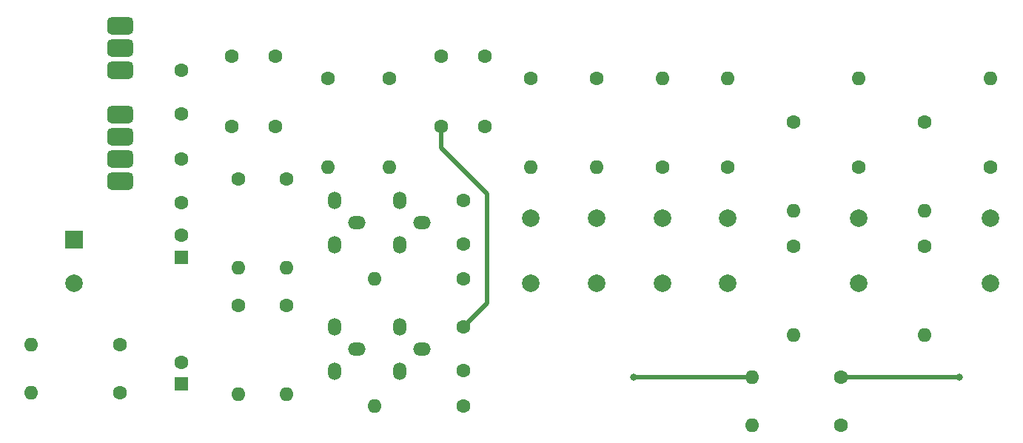
<source format=gtl>
G04 #@! TF.GenerationSoftware,KiCad,Pcbnew,(5.1.7)-1*
G04 #@! TF.CreationDate,2022-12-29T19:39:36+01:00*
G04 #@! TF.ProjectId,Klang-Modul,4b6c616e-672d-44d6-9f64-756c2e6b6963,rev?*
G04 #@! TF.SameCoordinates,Original*
G04 #@! TF.FileFunction,Copper,L1,Top*
G04 #@! TF.FilePolarity,Positive*
%FSLAX46Y46*%
G04 Gerber Fmt 4.6, Leading zero omitted, Abs format (unit mm)*
G04 Created by KiCad (PCBNEW (5.1.7)-1) date 2022-12-29 19:39:36*
%MOMM*%
%LPD*%
G01*
G04 APERTURE LIST*
G04 #@! TA.AperFunction,ComponentPad*
%ADD10C,1.600000*%
G04 #@! TD*
G04 #@! TA.AperFunction,ComponentPad*
%ADD11R,1.600000X1.600000*%
G04 #@! TD*
G04 #@! TA.AperFunction,ComponentPad*
%ADD12C,2.000000*%
G04 #@! TD*
G04 #@! TA.AperFunction,ComponentPad*
%ADD13R,2.000000X2.000000*%
G04 #@! TD*
G04 #@! TA.AperFunction,ComponentPad*
%ADD14O,1.600000X1.600000*%
G04 #@! TD*
G04 #@! TA.AperFunction,ComponentPad*
%ADD15O,2.000000X1.500000*%
G04 #@! TD*
G04 #@! TA.AperFunction,ComponentPad*
%ADD16O,1.500000X2.000000*%
G04 #@! TD*
G04 #@! TA.AperFunction,ViaPad*
%ADD17C,0.800000*%
G04 #@! TD*
G04 #@! TA.AperFunction,Conductor*
%ADD18C,0.500000*%
G04 #@! TD*
G04 APERTURE END LIST*
D10*
X69750000Y-36000000D03*
X64750000Y-36000000D03*
X88750000Y-44000000D03*
X93750000Y-44000000D03*
X88750000Y-36000000D03*
X93750000Y-36000000D03*
X69750000Y-44000000D03*
X64750000Y-44000000D03*
G04 #@! TA.AperFunction,ComponentPad*
G36*
G01*
X51000000Y-49280000D02*
X53000000Y-49280000D01*
G75*
G02*
X53500000Y-49780000I0J-500000D01*
G01*
X53500000Y-50780000D01*
G75*
G02*
X53000000Y-51280000I-500000J0D01*
G01*
X51000000Y-51280000D01*
G75*
G02*
X50500000Y-50780000I0J500000D01*
G01*
X50500000Y-49780000D01*
G75*
G02*
X51000000Y-49280000I500000J0D01*
G01*
G37*
G04 #@! TD.AperFunction*
G04 #@! TA.AperFunction,ComponentPad*
G36*
G01*
X51000000Y-46740000D02*
X53000000Y-46740000D01*
G75*
G02*
X53500000Y-47240000I0J-500000D01*
G01*
X53500000Y-48240000D01*
G75*
G02*
X53000000Y-48740000I-500000J0D01*
G01*
X51000000Y-48740000D01*
G75*
G02*
X50500000Y-48240000I0J500000D01*
G01*
X50500000Y-47240000D01*
G75*
G02*
X51000000Y-46740000I500000J0D01*
G01*
G37*
G04 #@! TD.AperFunction*
G04 #@! TA.AperFunction,ComponentPad*
G36*
G01*
X51000000Y-44200000D02*
X53000000Y-44200000D01*
G75*
G02*
X53500000Y-44700000I0J-500000D01*
G01*
X53500000Y-45700000D01*
G75*
G02*
X53000000Y-46200000I-500000J0D01*
G01*
X51000000Y-46200000D01*
G75*
G02*
X50500000Y-45700000I0J500000D01*
G01*
X50500000Y-44700000D01*
G75*
G02*
X51000000Y-44200000I500000J0D01*
G01*
G37*
G04 #@! TD.AperFunction*
G04 #@! TA.AperFunction,ComponentPad*
G36*
G01*
X51000000Y-41660000D02*
X53000000Y-41660000D01*
G75*
G02*
X53500000Y-42160000I0J-500000D01*
G01*
X53500000Y-43160000D01*
G75*
G02*
X53000000Y-43660000I-500000J0D01*
G01*
X51000000Y-43660000D01*
G75*
G02*
X50500000Y-43160000I0J500000D01*
G01*
X50500000Y-42160000D01*
G75*
G02*
X51000000Y-41660000I500000J0D01*
G01*
G37*
G04 #@! TD.AperFunction*
G04 #@! TA.AperFunction,ComponentPad*
G36*
G01*
X51000000Y-36580000D02*
X53000000Y-36580000D01*
G75*
G02*
X53500000Y-37080000I0J-500000D01*
G01*
X53500000Y-38080000D01*
G75*
G02*
X53000000Y-38580000I-500000J0D01*
G01*
X51000000Y-38580000D01*
G75*
G02*
X50500000Y-38080000I0J500000D01*
G01*
X50500000Y-37080000D01*
G75*
G02*
X51000000Y-36580000I500000J0D01*
G01*
G37*
G04 #@! TD.AperFunction*
G04 #@! TA.AperFunction,ComponentPad*
G36*
G01*
X51000000Y-34040000D02*
X53000000Y-34040000D01*
G75*
G02*
X53500000Y-34540000I0J-500000D01*
G01*
X53500000Y-35540000D01*
G75*
G02*
X53000000Y-36040000I-500000J0D01*
G01*
X51000000Y-36040000D01*
G75*
G02*
X50500000Y-35540000I0J500000D01*
G01*
X50500000Y-34540000D01*
G75*
G02*
X51000000Y-34040000I500000J0D01*
G01*
G37*
G04 #@! TD.AperFunction*
G04 #@! TA.AperFunction,ComponentPad*
G36*
G01*
X51000000Y-31500000D02*
X53000000Y-31500000D01*
G75*
G02*
X53500000Y-32000000I0J-500000D01*
G01*
X53500000Y-33000000D01*
G75*
G02*
X53000000Y-33500000I-500000J0D01*
G01*
X51000000Y-33500000D01*
G75*
G02*
X50500000Y-33000000I0J500000D01*
G01*
X50500000Y-32000000D01*
G75*
G02*
X51000000Y-31500000I500000J0D01*
G01*
G37*
G04 #@! TD.AperFunction*
D11*
X59000000Y-59000000D03*
D10*
X59000000Y-56500000D03*
D11*
X59000000Y-73500000D03*
D10*
X59000000Y-71000000D03*
X59000000Y-42580000D03*
X59000000Y-37580000D03*
X91250000Y-52500000D03*
X91250000Y-57500000D03*
X59000000Y-47750000D03*
X59000000Y-52750000D03*
X91250000Y-67000000D03*
X91250000Y-72000000D03*
D12*
X151500000Y-62000000D03*
X151500000Y-54500000D03*
X106500000Y-54500000D03*
X106500000Y-62000000D03*
X114000000Y-62000000D03*
X114000000Y-54500000D03*
X136500000Y-62000000D03*
X136500000Y-54500000D03*
X99000000Y-54500000D03*
X99000000Y-62000000D03*
X121500000Y-62000000D03*
X121500000Y-54500000D03*
D13*
X46750000Y-57000000D03*
D12*
X46750000Y-62000000D03*
D10*
X52000000Y-69000000D03*
D14*
X41840000Y-69000000D03*
D15*
X79040000Y-55040000D03*
D16*
X76500000Y-52500000D03*
X76500000Y-57580000D03*
D15*
X86540000Y-55040000D03*
D16*
X84000000Y-52500000D03*
X84000000Y-57580000D03*
D15*
X79040000Y-69540000D03*
D16*
X76500000Y-67000000D03*
X76500000Y-72080000D03*
D15*
X86540000Y-69540000D03*
D16*
X84000000Y-67000000D03*
X84000000Y-72080000D03*
D10*
X71000000Y-50000000D03*
D14*
X71000000Y-60160000D03*
D10*
X82750000Y-38500000D03*
D14*
X82750000Y-48660000D03*
D10*
X144000000Y-43500000D03*
D14*
X144000000Y-53660000D03*
D10*
X106500000Y-38500000D03*
D14*
X106500000Y-48660000D03*
D10*
X114000000Y-48660000D03*
D14*
X114000000Y-38500000D03*
D10*
X75750000Y-38500000D03*
D14*
X75750000Y-48660000D03*
D10*
X129000000Y-43500000D03*
D14*
X129000000Y-53660000D03*
D10*
X136500000Y-48660000D03*
D14*
X136500000Y-38500000D03*
D10*
X99000000Y-38500000D03*
D14*
X99000000Y-48660000D03*
D10*
X121500000Y-48660000D03*
D14*
X121500000Y-38500000D03*
D10*
X144000000Y-57750000D03*
D14*
X144000000Y-67910000D03*
D10*
X129000000Y-57750000D03*
D14*
X129000000Y-67910000D03*
D10*
X65500000Y-50000000D03*
D14*
X65500000Y-60160000D03*
D10*
X91250000Y-61500000D03*
D14*
X81090000Y-61500000D03*
D10*
X134455000Y-72750000D03*
D14*
X124295000Y-72750000D03*
D10*
X71000000Y-64500000D03*
D14*
X71000000Y-74660000D03*
D10*
X65500000Y-64500000D03*
D14*
X65500000Y-74660000D03*
D10*
X52000000Y-74500000D03*
D14*
X41840000Y-74500000D03*
D10*
X91250000Y-76000000D03*
D14*
X81090000Y-76000000D03*
D10*
X134455000Y-78250000D03*
D14*
X124295000Y-78250000D03*
D10*
X151500000Y-48660000D03*
D14*
X151500000Y-38500000D03*
D17*
X148000000Y-72750000D03*
X110750000Y-72750000D03*
D18*
X134455000Y-72750000D02*
X148000000Y-72750000D01*
X94000000Y-64250000D02*
X91250000Y-67000000D01*
X88750000Y-46500000D02*
X94000000Y-51750000D01*
X88750000Y-44000000D02*
X88750000Y-46500000D01*
X94000000Y-51750000D02*
X94000000Y-64250000D01*
X110750000Y-72750000D02*
X124295000Y-72750000D01*
M02*

</source>
